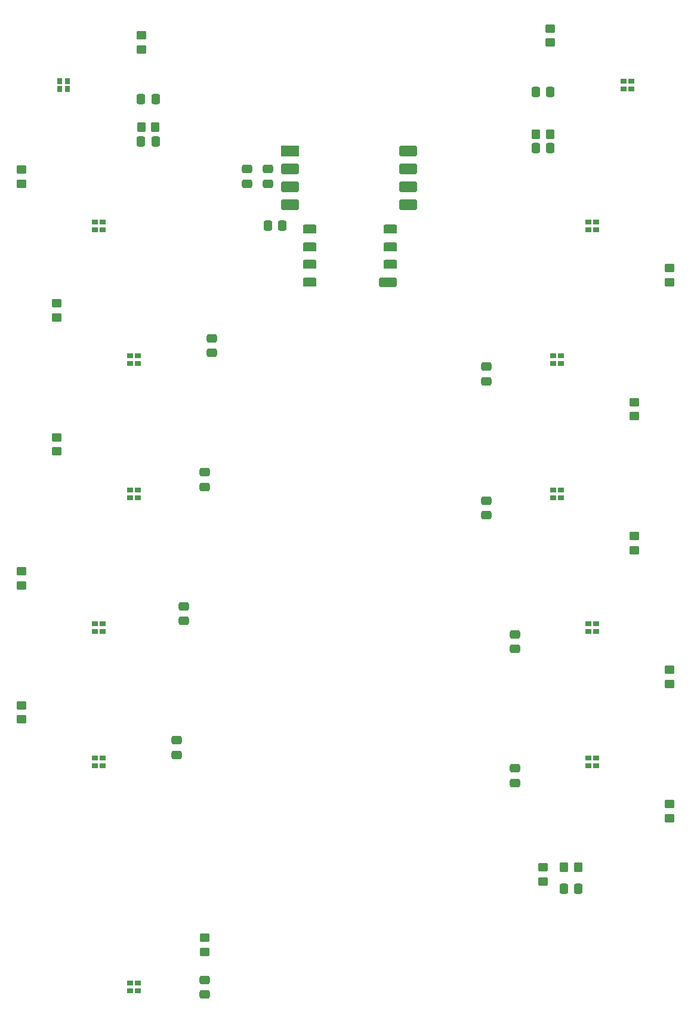
<source format=gtp>
%TF.GenerationSoftware,KiCad,Pcbnew,9.0.0*%
%TF.CreationDate,2025-03-20T00:14:52+10:00*%
%TF.ProjectId,PicoSax,5069636f-5361-4782-9e6b-696361645f70,rev?*%
%TF.SameCoordinates,Original*%
%TF.FileFunction,Paste,Top*%
%TF.FilePolarity,Positive*%
%FSLAX46Y46*%
G04 Gerber Fmt 4.6, Leading zero omitted, Abs format (unit mm)*
G04 Created by KiCad (PCBNEW 9.0.0) date 2025-03-20 00:14:52*
%MOMM*%
%LPD*%
G01*
G04 APERTURE LIST*
G04 Aperture macros list*
%AMRoundRect*
0 Rectangle with rounded corners*
0 $1 Rounding radius*
0 $2 $3 $4 $5 $6 $7 $8 $9 X,Y pos of 4 corners*
0 Add a 4 corners polygon primitive as box body*
4,1,4,$2,$3,$4,$5,$6,$7,$8,$9,$2,$3,0*
0 Add four circle primitives for the rounded corners*
1,1,$1+$1,$2,$3*
1,1,$1+$1,$4,$5*
1,1,$1+$1,$6,$7*
1,1,$1+$1,$8,$9*
0 Add four rect primitives between the rounded corners*
20,1,$1+$1,$2,$3,$4,$5,0*
20,1,$1+$1,$4,$5,$6,$7,0*
20,1,$1+$1,$6,$7,$8,$9,0*
20,1,$1+$1,$8,$9,$2,$3,0*%
G04 Aperture macros list end*
%ADD10RoundRect,0.250000X-0.450000X0.350000X-0.450000X-0.350000X0.450000X-0.350000X0.450000X0.350000X0*%
%ADD11RoundRect,0.250000X0.450000X-0.350000X0.450000X0.350000X-0.450000X0.350000X-0.450000X-0.350000X0*%
%ADD12RoundRect,0.250000X0.337500X0.475000X-0.337500X0.475000X-0.337500X-0.475000X0.337500X-0.475000X0*%
%ADD13RoundRect,0.250000X-0.475000X0.337500X-0.475000X-0.337500X0.475000X-0.337500X0.475000X0.337500X0*%
%ADD14R,0.812800X0.762000*%
%ADD15RoundRect,0.250000X0.475000X-0.337500X0.475000X0.337500X-0.475000X0.337500X-0.475000X-0.337500X0*%
%ADD16RoundRect,0.195000X1.055000X0.455000X-1.055000X0.455000X-1.055000X-0.455000X1.055000X-0.455000X0*%
%ADD17RoundRect,0.190500X0.762000X0.444500X-0.762000X0.444500X-0.762000X-0.444500X0.762000X-0.444500X0*%
%ADD18R,2.540000X1.520000*%
%ADD19RoundRect,0.250000X1.020000X0.510000X-1.020000X0.510000X-1.020000X-0.510000X1.020000X-0.510000X0*%
%ADD20RoundRect,0.250000X-0.337500X-0.475000X0.337500X-0.475000X0.337500X0.475000X-0.337500X0.475000X0*%
%ADD21RoundRect,0.250000X0.350000X0.450000X-0.350000X0.450000X-0.350000X-0.450000X0.350000X-0.450000X0*%
%ADD22R,0.762000X0.812800*%
%ADD23RoundRect,0.250000X-0.350000X-0.450000X0.350000X-0.450000X0.350000X0.450000X-0.350000X0.450000X0*%
G04 APERTURE END LIST*
D10*
%TO.C,R9*%
X129000000Y-59000000D03*
X129000000Y-61000000D03*
%TD*%
D11*
%TO.C,R3*%
X59000000Y-100000000D03*
X59000000Y-98000000D03*
%TD*%
D12*
%TO.C,C10*%
X133037500Y-181000000D03*
X130962500Y-181000000D03*
%TD*%
D13*
%TO.C,C8*%
X124000000Y-144962500D03*
X124000000Y-147037500D03*
%TD*%
%TO.C,C6*%
X120000000Y-106962500D03*
X120000000Y-109037500D03*
%TD*%
D11*
%TO.C,R6*%
X54000000Y-157000000D03*
X54000000Y-155000000D03*
%TD*%
D14*
%TO.C,L7*%
X70544401Y-195549999D03*
X70544401Y-194450001D03*
X69455599Y-194450001D03*
X69455599Y-195549999D03*
%TD*%
%TO.C,L12*%
X65544401Y-87549999D03*
X65544401Y-86450001D03*
X64455599Y-86450001D03*
X64455599Y-87549999D03*
%TD*%
%TO.C,L3*%
X129455599Y-105450001D03*
X129455599Y-106549999D03*
X130544401Y-106549999D03*
X130544401Y-105450001D03*
%TD*%
D11*
%TO.C,R2*%
X54000000Y-81000000D03*
X54000000Y-79000000D03*
%TD*%
D15*
%TO.C,C13*%
X77000000Y-143037500D03*
X77000000Y-140962500D03*
%TD*%
D14*
%TO.C,L6*%
X134455599Y-162450001D03*
X134455599Y-163549999D03*
X135544401Y-163549999D03*
X135544401Y-162450001D03*
%TD*%
D11*
%TO.C,R7*%
X80000000Y-190000000D03*
X80000000Y-188000000D03*
%TD*%
D13*
%TO.C,C7*%
X120000000Y-125962500D03*
X120000000Y-128037500D03*
%TD*%
D11*
%TO.C,R5*%
X54000000Y-138000000D03*
X54000000Y-136000000D03*
%TD*%
D14*
%TO.C,L2*%
X134455599Y-86450001D03*
X134455599Y-87549999D03*
X135544401Y-87549999D03*
X135544401Y-86450001D03*
%TD*%
D16*
%TO.C,U2*%
X106000000Y-95000000D03*
D17*
X106296895Y-92512218D03*
X106296895Y-90012218D03*
X106296895Y-87472218D03*
X94896895Y-87512218D03*
X94896895Y-90012218D03*
X94896895Y-92512218D03*
X94896895Y-95012218D03*
%TD*%
D15*
%TO.C,C2*%
X89000000Y-81037500D03*
X89000000Y-78962500D03*
%TD*%
%TO.C,C14*%
X80000000Y-124037500D03*
X80000000Y-121962500D03*
%TD*%
D10*
%TO.C,R13*%
X146000000Y-150000000D03*
X146000000Y-152000000D03*
%TD*%
%TO.C,R12*%
X141000000Y-131000000D03*
X141000000Y-133000000D03*
%TD*%
D14*
%TO.C,L4*%
X129455599Y-124450001D03*
X129455599Y-125549999D03*
X130544401Y-125549999D03*
X130544401Y-124450001D03*
%TD*%
D11*
%TO.C,R4*%
X59000000Y-119000000D03*
X59000000Y-117000000D03*
%TD*%
D10*
%TO.C,R10*%
X146000000Y-93000000D03*
X146000000Y-95000000D03*
%TD*%
D18*
%TO.C,U3*%
X92120000Y-76390000D03*
D19*
X92120000Y-78930000D03*
X92120000Y-81470000D03*
X92120000Y-84010000D03*
X108880000Y-84010000D03*
X108880000Y-81470000D03*
X108880000Y-78930000D03*
X108880000Y-76390000D03*
%TD*%
D20*
%TO.C,C4*%
X126962500Y-68000000D03*
X129037500Y-68000000D03*
%TD*%
D10*
%TO.C,R14*%
X146000000Y-169000000D03*
X146000000Y-171000000D03*
%TD*%
D13*
%TO.C,C9*%
X124000000Y-163962500D03*
X124000000Y-166037500D03*
%TD*%
D10*
%TO.C,R11*%
X141000000Y-112000000D03*
X141000000Y-114000000D03*
%TD*%
D21*
%TO.C,R8*%
X73000000Y-73000000D03*
X71000000Y-73000000D03*
%TD*%
D22*
%TO.C,L13*%
X59450001Y-67544401D03*
X60549999Y-67544401D03*
X60549999Y-66455599D03*
X59450001Y-66455599D03*
%TD*%
D14*
%TO.C,L9*%
X65544401Y-144549999D03*
X65544401Y-143450001D03*
X64455599Y-143450001D03*
X64455599Y-144549999D03*
%TD*%
D12*
%TO.C,C16*%
X73037500Y-75000000D03*
X70962500Y-75000000D03*
%TD*%
D10*
%TO.C,R18*%
X128000000Y-178000000D03*
X128000000Y-180000000D03*
%TD*%
D14*
%TO.C,L1*%
X139455599Y-66450001D03*
X139455599Y-67549999D03*
X140544401Y-67549999D03*
X140544401Y-66450001D03*
%TD*%
D15*
%TO.C,C12*%
X76000000Y-162037500D03*
X76000000Y-159962500D03*
%TD*%
D14*
%TO.C,L5*%
X134455599Y-143450001D03*
X134455599Y-144549999D03*
X135544401Y-144549999D03*
X135544401Y-143450001D03*
%TD*%
%TO.C,L10*%
X70544401Y-125549999D03*
X70544401Y-124450001D03*
X69455599Y-124450001D03*
X69455599Y-125549999D03*
%TD*%
D12*
%TO.C,C3*%
X91037500Y-87000000D03*
X88962500Y-87000000D03*
%TD*%
D15*
%TO.C,C15*%
X81000000Y-105037500D03*
X81000000Y-102962500D03*
%TD*%
D23*
%TO.C,R15*%
X127000000Y-74000000D03*
X129000000Y-74000000D03*
%TD*%
D14*
%TO.C,L8*%
X65544401Y-163549999D03*
X65544401Y-162450001D03*
X64455599Y-162450001D03*
X64455599Y-163549999D03*
%TD*%
D23*
%TO.C,R19*%
X131000000Y-178000000D03*
X133000000Y-178000000D03*
%TD*%
D14*
%TO.C,L11*%
X70544401Y-106549999D03*
X70544401Y-105450001D03*
X69455599Y-105450001D03*
X69455599Y-106549999D03*
%TD*%
D13*
%TO.C,C11*%
X80000000Y-193962500D03*
X80000000Y-196037500D03*
%TD*%
D20*
%TO.C,C5*%
X126962500Y-76000000D03*
X129037500Y-76000000D03*
%TD*%
D12*
%TO.C,C17*%
X73037500Y-69000000D03*
X70962500Y-69000000D03*
%TD*%
D10*
%TO.C,R1*%
X71000000Y-60000000D03*
X71000000Y-62000000D03*
%TD*%
D15*
%TO.C,C1*%
X86000000Y-81037500D03*
X86000000Y-78962500D03*
%TD*%
M02*

</source>
